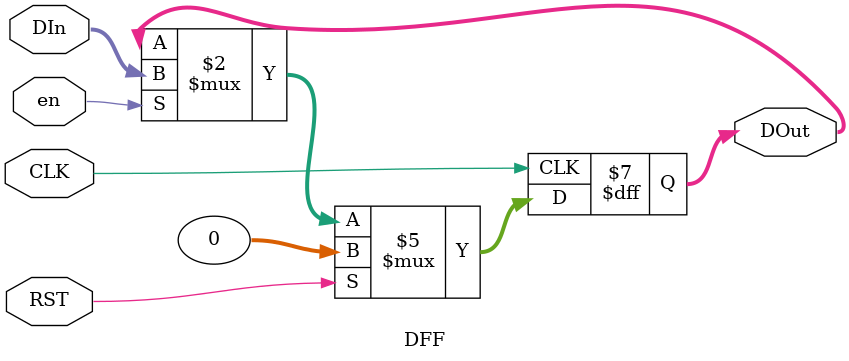
<source format=v>
`timescale 1ns / 1ps


module DFF #(parameter WIDTH = 32) ( //Data Flip-Flop 
    input CLK,RST,
    input en,
    input [WIDTH-1:0] DIn,
    output reg [WIDTH-1:0] DOut
    );
	always@(posedge CLK)
	begin
		if(RST)
			DOut <= 0;
		else if(en)
			DOut <= DIn;
	end
endmodule

</source>
